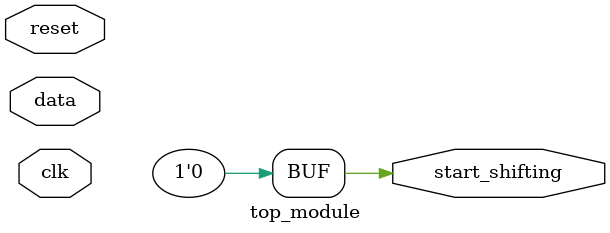
<source format=sv>
module top_module(
    input clk,
    input reset,
    input data,
    output reg start_shifting
    );

// State encoding
typedef enum reg [2:0] {
    S      = 3'b000,
    S1     = 3'b001,
    S11    = 3'b010,
    S110   = 3'b011,
    Done   = 3'b100
} state_t;

// State registers
reg state, next_state;

// Sequential logic for state transition on clock edge
always @(posedge clk or posedge reset) begin
    if (reset) begin
        state <= S; // Reset state to S
    end else begin
        state <= next_state;
    end
end

// Combinational logic to determine next state
always @* begin
    case (state)
        S: begin
            if (data)
                next_state = S1;
            else
                next_state = S;
        end
        S1: begin
            if (data)
                next_state = S11;
            else
                next_state = S;
        end
        S11: begin
            if (data)
                next_state = S11;
            else
                next_state = S110;
        end
        S110: begin
            if (data)
                next_state = Done;
            else
                next_state = S;
        end
        Done: begin
            next_state = Done;
        end
        default: begin
            next_state = S;
        end
    endcase
end

// Output logic
always @(state) begin
    if (state == Done)
        start_shifting = 1;
    else
        start_shifting = 0;
end

endmodule

</source>
